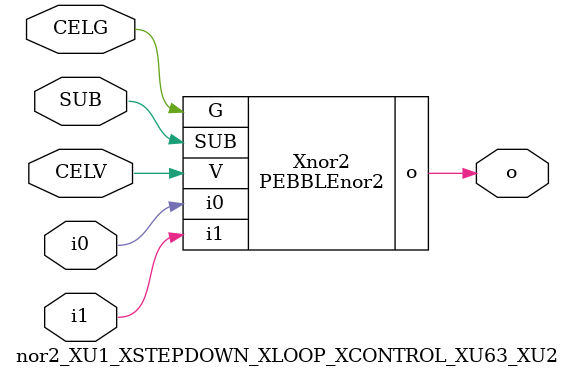
<source format=v>



module PEBBLEnor2 ( o, G, SUB, V, i0, i1 );

  input i0;
  input V;
  input i1;
  input G;
  output o;
  input SUB;
endmodule

//Celera Confidential Do Not Copy nor2_XU1_XSTEPDOWN_XLOOP_XCONTROL_XU63_XU2
//Celera Confidential Symbol Generator
//nor2
module nor2_XU1_XSTEPDOWN_XLOOP_XCONTROL_XU63_XU2 (CELV,CELG,i0,i1,o,SUB);
input CELV;
input CELG;
input i0;
input i1;
input SUB;
output o;

//Celera Confidential Do Not Copy nor2
PEBBLEnor2 Xnor2(
.V (CELV),
.i0 (i0),
.i1 (i1),
.o (o),
.SUB (SUB),
.G (CELG)
);
//,diesize,PEBBLEnor2

//Celera Confidential Do Not Copy Module End
//Celera Schematic Generator
endmodule

</source>
